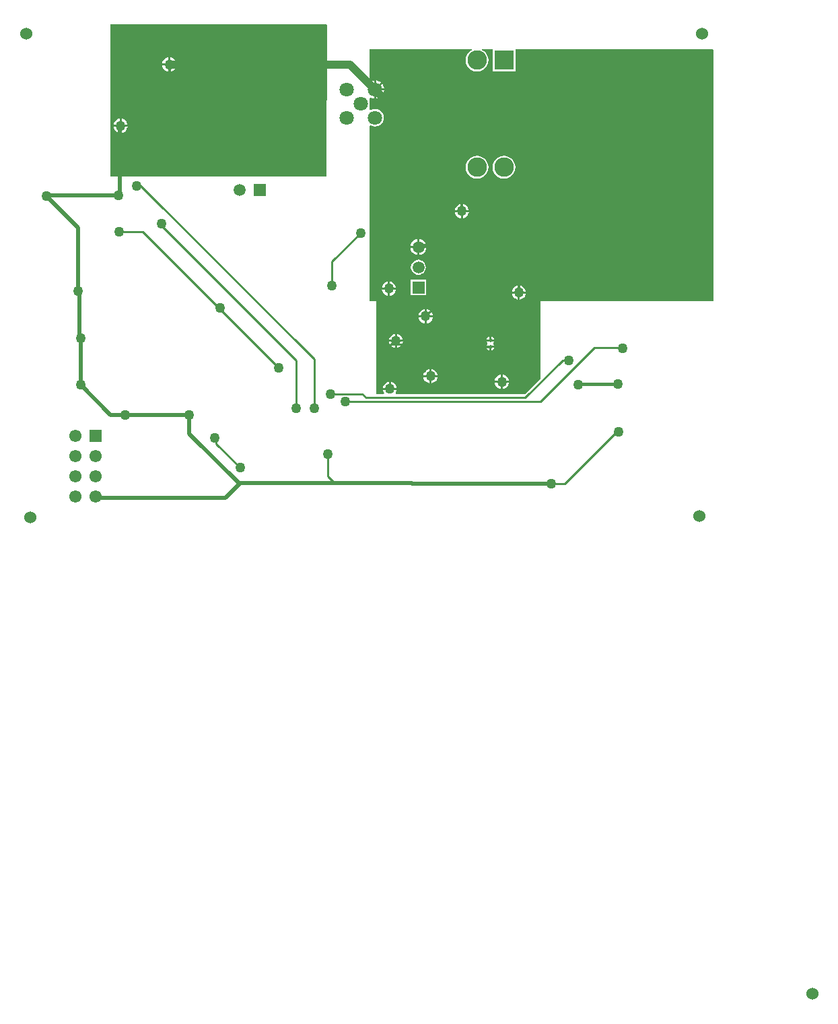
<source format=gbr>
%TF.GenerationSoftware,Altium Limited,Altium Designer,19.1.8 (144)*%
G04 Layer_Physical_Order=2*
G04 Layer_Color=16711680*
%FSLAX25Y25*%
%MOIN*%
%TF.FileFunction,Copper,L2,Bot,Signal*%
%TF.Part,Single*%
G01*
G75*
%TA.AperFunction,Conductor*%
%ADD31C,0.01000*%
%ADD32C,0.01500*%
%ADD33C,0.01968*%
%ADD34C,0.03937*%
%TA.AperFunction,ComponentPad*%
%ADD35C,0.09646*%
%ADD36R,0.09646X0.09646*%
%TA.AperFunction,ViaPad*%
%ADD37C,0.06000*%
%TA.AperFunction,ComponentPad*%
%ADD38R,0.05906X0.05906*%
%ADD39C,0.05906*%
%ADD40C,0.06102*%
%ADD41R,0.06102X0.06102*%
%ADD42R,0.05906X0.05906*%
%ADD43C,0.07087*%
%TA.AperFunction,ViaPad*%
%ADD44C,0.05000*%
%ADD45C,0.01968*%
%ADD46C,0.07087*%
G36*
X156705Y252854D02*
X157058Y252500D01*
X156715Y177362D01*
X49606Y177362D01*
Y178150D01*
X49583D01*
Y239862D01*
X49606D01*
Y252854D01*
X156705Y252854D01*
D02*
G37*
G36*
X228683Y240650D02*
X228783Y240150D01*
X228372Y239979D01*
X227200Y239080D01*
X226300Y237908D01*
X225735Y236543D01*
X225542Y235079D01*
X225735Y233614D01*
X226300Y232249D01*
X227200Y231078D01*
X228372Y230178D01*
X229736Y229613D01*
X231201Y229420D01*
X232665Y229613D01*
X234030Y230178D01*
X235202Y231078D01*
X236101Y232249D01*
X236667Y233614D01*
X236859Y235079D01*
X236667Y236543D01*
X236101Y237908D01*
X235202Y239080D01*
X234030Y239979D01*
X233619Y240150D01*
X233718Y240650D01*
X238976D01*
Y229468D01*
X250197D01*
Y240650D01*
X347890Y240650D01*
X348244Y240296D01*
X348206Y115748D01*
X262598Y115748D01*
Y77447D01*
X255033Y69882D01*
X191070Y69882D01*
X190823Y70382D01*
X191049Y70676D01*
X191402Y71527D01*
X191456Y71941D01*
X184527D01*
X184582Y71527D01*
X184934Y70676D01*
X185160Y70382D01*
X184914Y69882D01*
X181299D01*
Y115748D01*
X178051D01*
X178051Y202609D01*
X178500Y202831D01*
X178524Y202812D01*
X179578Y202375D01*
X180708Y202226D01*
X181839Y202375D01*
X182892Y202812D01*
X183797Y203506D01*
X184491Y204410D01*
X184928Y205464D01*
X185076Y206594D01*
X184928Y207725D01*
X184491Y208779D01*
X183797Y209683D01*
X182892Y210377D01*
X181839Y210814D01*
X180708Y210963D01*
X179578Y210814D01*
X178524Y210377D01*
X178500Y210358D01*
X178051Y210580D01*
Y213057D01*
X178117Y213554D01*
X178051Y214051D01*
Y216258D01*
X178551Y216490D01*
X179522Y216088D01*
X180208Y215997D01*
Y220514D01*
Y225030D01*
X179522Y224940D01*
X178551Y224538D01*
X178051Y224770D01*
Y240650D01*
X228683Y240650D01*
D02*
G37*
%LPC*%
G36*
X79338Y236437D02*
Y233472D01*
X82303D01*
X82248Y233886D01*
X81896Y234737D01*
X81335Y235469D01*
X80603Y236030D01*
X79752Y236382D01*
X79338Y236437D01*
D02*
G37*
G36*
X78338D02*
X77925Y236382D01*
X77073Y236030D01*
X76342Y235469D01*
X75781Y234737D01*
X75428Y233886D01*
X75374Y233472D01*
X78338D01*
Y236437D01*
D02*
G37*
G36*
X82303Y232472D02*
X79338D01*
Y229508D01*
X79752Y229562D01*
X80603Y229915D01*
X81335Y230476D01*
X81896Y231207D01*
X82248Y232059D01*
X82303Y232472D01*
D02*
G37*
G36*
X78338D02*
X75374D01*
X75428Y232059D01*
X75781Y231207D01*
X76342Y230476D01*
X77073Y229915D01*
X77925Y229562D01*
X78338Y229508D01*
Y232472D01*
D02*
G37*
G36*
X55224Y206122D02*
Y203157D01*
X58188D01*
X58134Y203571D01*
X57781Y204423D01*
X57220Y205154D01*
X56489Y205715D01*
X55638Y206067D01*
X55224Y206122D01*
D02*
G37*
G36*
X54224D02*
X53810Y206067D01*
X52959Y205715D01*
X52228Y205154D01*
X51667Y204423D01*
X51314Y203571D01*
X51260Y203157D01*
X54224D01*
Y206122D01*
D02*
G37*
G36*
X58188Y202157D02*
X55224D01*
Y199193D01*
X55638Y199248D01*
X56489Y199600D01*
X57220Y200161D01*
X57781Y200892D01*
X58134Y201744D01*
X58188Y202157D01*
D02*
G37*
G36*
X54224D02*
X51260D01*
X51314Y201744D01*
X51667Y200892D01*
X52228Y200161D01*
X52959Y199600D01*
X53810Y199248D01*
X54224Y199193D01*
Y202157D01*
D02*
G37*
G36*
X181208Y225030D02*
Y221721D01*
X183548Y224061D01*
X183000Y224482D01*
X181894Y224940D01*
X181208Y225030D01*
D02*
G37*
G36*
X184256Y223354D02*
X181915Y221014D01*
X185225D01*
X185135Y221700D01*
X184677Y222805D01*
X184256Y223354D01*
D02*
G37*
G36*
X185225Y220014D02*
X181915D01*
X184256Y217674D01*
X184677Y218223D01*
X185135Y219328D01*
X185225Y220014D01*
D02*
G37*
G36*
X181208Y219307D02*
Y215997D01*
X181894Y216088D01*
X183000Y216545D01*
X183548Y216967D01*
X181208Y219307D01*
D02*
G37*
G36*
X244587Y187706D02*
X243122Y187513D01*
X241757Y186948D01*
X240585Y186048D01*
X239686Y184877D01*
X239121Y183512D01*
X238928Y182047D01*
X239121Y180583D01*
X239686Y179218D01*
X240585Y178046D01*
X241757Y177147D01*
X243122Y176581D01*
X244587Y176389D01*
X246051Y176581D01*
X247416Y177147D01*
X248588Y178046D01*
X249487Y179218D01*
X250052Y180583D01*
X250245Y182047D01*
X250052Y183512D01*
X249487Y184877D01*
X248588Y186048D01*
X247416Y186948D01*
X246051Y187513D01*
X244587Y187706D01*
D02*
G37*
G36*
X231201D02*
X229736Y187513D01*
X228372Y186948D01*
X227200Y186048D01*
X226300Y184877D01*
X225735Y183512D01*
X225542Y182047D01*
X225735Y180583D01*
X226300Y179218D01*
X227200Y178046D01*
X228372Y177147D01*
X229736Y176581D01*
X231201Y176389D01*
X232665Y176581D01*
X234030Y177147D01*
X235202Y178046D01*
X236101Y179218D01*
X236667Y180583D01*
X236859Y182047D01*
X236667Y183512D01*
X236101Y184877D01*
X235202Y186048D01*
X234030Y186948D01*
X232665Y187513D01*
X231201Y187706D01*
D02*
G37*
G36*
X224220Y163799D02*
Y160835D01*
X227185D01*
X227130Y161248D01*
X226777Y162100D01*
X226216Y162831D01*
X225485Y163392D01*
X224634Y163744D01*
X224220Y163799D01*
D02*
G37*
G36*
X223220D02*
X222806Y163744D01*
X221955Y163392D01*
X221224Y162831D01*
X220663Y162100D01*
X220310Y161248D01*
X220256Y160835D01*
X223220D01*
Y163799D01*
D02*
G37*
G36*
X227185Y159835D02*
X224220D01*
Y156870D01*
X224634Y156925D01*
X225485Y157277D01*
X226216Y157838D01*
X226777Y158570D01*
X227130Y159421D01*
X227185Y159835D01*
D02*
G37*
G36*
X223220D02*
X220256D01*
X220310Y159421D01*
X220663Y158570D01*
X221224Y157838D01*
X221955Y157277D01*
X222806Y156925D01*
X223220Y156870D01*
Y159835D01*
D02*
G37*
G36*
X202665Y146539D02*
Y143118D01*
X206086D01*
X206016Y143650D01*
X205618Y144612D01*
X204984Y145437D01*
X204159Y146071D01*
X203197Y146469D01*
X202665Y146539D01*
D02*
G37*
G36*
X201665D02*
X201133Y146469D01*
X200172Y146071D01*
X199346Y145437D01*
X198713Y144612D01*
X198314Y143650D01*
X198244Y143118D01*
X201665D01*
Y146539D01*
D02*
G37*
G36*
Y142118D02*
X198244D01*
X198314Y141586D01*
X198713Y140625D01*
X199346Y139799D01*
X200172Y139165D01*
X201133Y138767D01*
X201665Y138697D01*
Y142118D01*
D02*
G37*
G36*
X206086D02*
X202665D01*
Y138697D01*
X203197Y138767D01*
X204159Y139165D01*
X204984Y139799D01*
X205618Y140625D01*
X206016Y141586D01*
X206086Y142118D01*
D02*
G37*
G36*
X202165Y136390D02*
X201189Y136262D01*
X200279Y135885D01*
X199498Y135286D01*
X198898Y134504D01*
X198521Y133595D01*
X198393Y132618D01*
X198521Y131642D01*
X198898Y130732D01*
X199498Y129951D01*
X200279Y129351D01*
X201189Y128974D01*
X202165Y128846D01*
X203142Y128974D01*
X204052Y129351D01*
X204833Y129951D01*
X205432Y130732D01*
X205809Y131642D01*
X205938Y132618D01*
X205809Y133595D01*
X205432Y134504D01*
X204833Y135286D01*
X204052Y135885D01*
X203142Y136262D01*
X202165Y136390D01*
D02*
G37*
G36*
X188118Y125504D02*
Y122539D01*
X191082D01*
X191028Y122953D01*
X190675Y123804D01*
X190114Y124536D01*
X189383Y125097D01*
X188532Y125449D01*
X188118Y125504D01*
D02*
G37*
G36*
X187118D02*
X186704Y125449D01*
X185853Y125097D01*
X185122Y124536D01*
X184561Y123804D01*
X184208Y122953D01*
X184153Y122539D01*
X187118D01*
Y125504D01*
D02*
G37*
G36*
X252468Y123543D02*
Y120579D01*
X255433D01*
X255378Y120992D01*
X255026Y121844D01*
X254465Y122575D01*
X253734Y123136D01*
X252882Y123489D01*
X252468Y123543D01*
D02*
G37*
G36*
X251468D02*
X251055Y123489D01*
X250203Y123136D01*
X249472Y122575D01*
X248911Y121844D01*
X248559Y120992D01*
X248504Y120579D01*
X251468D01*
Y123543D01*
D02*
G37*
G36*
X205906Y126358D02*
X198425D01*
Y118878D01*
X205906D01*
Y126358D01*
D02*
G37*
G36*
X191082Y121539D02*
X188118D01*
Y118575D01*
X188532Y118630D01*
X189383Y118982D01*
X190114Y119543D01*
X190675Y120274D01*
X191028Y121126D01*
X191082Y121539D01*
D02*
G37*
G36*
X187118D02*
X184153D01*
X184208Y121126D01*
X184561Y120274D01*
X185122Y119543D01*
X185853Y118982D01*
X186704Y118630D01*
X187118Y118575D01*
Y121539D01*
D02*
G37*
G36*
X255433Y119579D02*
X252468D01*
Y116614D01*
X252882Y116669D01*
X253734Y117022D01*
X254465Y117582D01*
X255026Y118314D01*
X255378Y119165D01*
X255433Y119579D01*
D02*
G37*
G36*
X251468D02*
X248504D01*
X248559Y119165D01*
X248911Y118314D01*
X249472Y117582D01*
X250203Y117022D01*
X251055Y116669D01*
X251468Y116614D01*
Y119579D01*
D02*
G37*
G36*
X206307Y111830D02*
Y108866D01*
X209271D01*
X209217Y109280D01*
X208864Y110131D01*
X208303Y110862D01*
X207572Y111423D01*
X206720Y111776D01*
X206307Y111830D01*
D02*
G37*
G36*
X205307D02*
X204893Y111776D01*
X204042Y111423D01*
X203310Y110862D01*
X202749Y110131D01*
X202397Y109280D01*
X202342Y108866D01*
X205307D01*
Y111830D01*
D02*
G37*
G36*
X209271Y107866D02*
X206307D01*
Y104902D01*
X206720Y104956D01*
X207572Y105309D01*
X208303Y105870D01*
X208864Y106601D01*
X209217Y107452D01*
X209271Y107866D01*
D02*
G37*
G36*
X205307D02*
X202342D01*
X202397Y107452D01*
X202749Y106601D01*
X203310Y105870D01*
X204042Y105309D01*
X204893Y104956D01*
X205307Y104902D01*
Y107866D01*
D02*
G37*
G36*
X238393Y98380D02*
Y96957D01*
X239817D01*
X239763Y97231D01*
X239324Y97887D01*
X238668Y98326D01*
X238393Y98380D01*
D02*
G37*
G36*
X237393D02*
X237119Y98326D01*
X236463Y97887D01*
X236024Y97231D01*
X235970Y96957D01*
X237393D01*
Y98380D01*
D02*
G37*
G36*
X191543Y99626D02*
Y96661D01*
X194508D01*
X194453Y97075D01*
X194100Y97926D01*
X193540Y98658D01*
X192808Y99219D01*
X191957Y99571D01*
X191543Y99626D01*
D02*
G37*
G36*
X190543D02*
X190130Y99571D01*
X189278Y99219D01*
X188547Y98658D01*
X187986Y97926D01*
X187633Y97075D01*
X187579Y96661D01*
X190543D01*
Y99626D01*
D02*
G37*
G36*
X239817Y95957D02*
X235970D01*
X236024Y95683D01*
X236318Y95242D01*
X236422Y94882D01*
X236318Y94521D01*
X236024Y94081D01*
X235970Y93807D01*
X239817D01*
X239763Y94081D01*
X239469Y94521D01*
X239365Y94882D01*
X239469Y95242D01*
X239763Y95683D01*
X239817Y95957D01*
D02*
G37*
G36*
X194508Y95661D02*
X191543D01*
Y92697D01*
X191957Y92751D01*
X192808Y93104D01*
X193540Y93665D01*
X194100Y94396D01*
X194453Y95248D01*
X194508Y95661D01*
D02*
G37*
G36*
X190543D02*
X187579D01*
X187633Y95248D01*
X187986Y94396D01*
X188547Y93665D01*
X189278Y93104D01*
X190130Y92751D01*
X190543Y92697D01*
Y95661D01*
D02*
G37*
G36*
X239817Y92807D02*
X238393D01*
Y91383D01*
X238668Y91438D01*
X239324Y91877D01*
X239763Y92533D01*
X239817Y92807D01*
D02*
G37*
G36*
X237393D02*
X235970D01*
X236024Y92533D01*
X236463Y91877D01*
X237119Y91438D01*
X237393Y91383D01*
Y92807D01*
D02*
G37*
G36*
X208669Y82205D02*
Y79240D01*
X211634D01*
X211579Y79654D01*
X211227Y80505D01*
X210665Y81236D01*
X209934Y81797D01*
X209083Y82150D01*
X208669Y82205D01*
D02*
G37*
G36*
X207669D02*
X207256Y82150D01*
X206404Y81797D01*
X205673Y81236D01*
X205112Y80505D01*
X204759Y79654D01*
X204705Y79240D01*
X207669D01*
Y82205D01*
D02*
G37*
G36*
X244004Y79449D02*
Y76484D01*
X246968D01*
X246914Y76898D01*
X246561Y77749D01*
X246000Y78480D01*
X245269Y79041D01*
X244418Y79394D01*
X244004Y79449D01*
D02*
G37*
G36*
X243004D02*
X242590Y79394D01*
X241739Y79041D01*
X241008Y78480D01*
X240447Y77749D01*
X240094Y76898D01*
X240040Y76484D01*
X243004D01*
Y79449D01*
D02*
G37*
G36*
X211634Y78240D02*
X208669D01*
Y75276D01*
X209083Y75330D01*
X209934Y75683D01*
X210665Y76244D01*
X211227Y76975D01*
X211579Y77826D01*
X211634Y78240D01*
D02*
G37*
G36*
X207669D02*
X204705D01*
X204759Y77826D01*
X205112Y76975D01*
X205673Y76244D01*
X206404Y75683D01*
X207256Y75330D01*
X207669Y75276D01*
Y78240D01*
D02*
G37*
G36*
X188492Y75905D02*
Y72941D01*
X191456D01*
X191402Y73355D01*
X191049Y74206D01*
X190488Y74937D01*
X189757Y75498D01*
X188906Y75851D01*
X188492Y75905D01*
D02*
G37*
G36*
X187492D02*
X187078Y75851D01*
X186227Y75498D01*
X185496Y74937D01*
X184934Y74206D01*
X184582Y73355D01*
X184527Y72941D01*
X187492D01*
Y75905D01*
D02*
G37*
G36*
X246968Y75484D02*
X244004D01*
Y72520D01*
X244418Y72574D01*
X245269Y72927D01*
X246000Y73488D01*
X246561Y74219D01*
X246914Y75071D01*
X246968Y75484D01*
D02*
G37*
G36*
X243004D02*
X240040D01*
X240094Y75071D01*
X240447Y74219D01*
X241008Y73488D01*
X241739Y72927D01*
X242590Y72574D01*
X243004Y72520D01*
Y75484D01*
D02*
G37*
%LPD*%
D31*
X274803Y25591D02*
X300787Y51575D01*
X188780Y94587D02*
X205315D01*
X201968Y143760D02*
X218366D01*
X113582Y25394D02*
X113681Y25492D01*
X232775Y160335D02*
X251969Y141141D01*
Y120079D02*
Y141141D01*
X268011Y25591D02*
X274803D01*
X157381Y29134D02*
X160728Y25787D01*
X101927Y45317D02*
Y47483D01*
X101181Y48228D02*
X101927Y47483D01*
Y45317D02*
X113878Y33366D01*
X273622Y86614D02*
X276673D01*
X255020Y68012D02*
X273622Y86614D01*
X176265Y68012D02*
X255020D01*
X174348Y69929D02*
X176265Y68012D01*
X166043Y66142D02*
X262598D01*
X289173Y92716D01*
X205216Y81201D02*
Y93307D01*
X188090Y93897D02*
X188780Y94587D01*
X190354Y96161D01*
X191043D01*
X188090Y72539D02*
Y93897D01*
X159449Y135531D02*
X173524Y149606D01*
X159449Y123327D02*
Y135531D01*
X205315Y93307D02*
X237893D01*
X88238Y59596D02*
X88287Y59646D01*
X88681D01*
X75098Y153051D02*
Y154035D01*
Y153051D02*
X141633Y86516D01*
X62500Y172835D02*
X64764D01*
X150492Y87107D01*
X289173Y92716D02*
X303150D01*
X303248Y92618D01*
X150492Y62795D02*
Y87107D01*
X205118Y81102D02*
X205216Y81201D01*
X74311Y202067D02*
X78838Y206594D01*
Y232972D01*
X141633Y62894D02*
Y86516D01*
X223720Y149114D02*
Y160335D01*
Y126279D02*
Y149114D01*
X218366Y143760D02*
X223720Y149114D01*
X65551Y150099D02*
X132972Y82677D01*
X54133Y150099D02*
X65551D01*
X158610Y69929D02*
X174348D01*
X158563Y69882D02*
X158610Y69929D01*
X187992Y72441D02*
X188090Y72539D01*
X223720Y160335D02*
X232775D01*
X157381Y29134D02*
Y40059D01*
X198917Y25689D02*
X198966Y25640D01*
X267962D02*
X268011Y25591D01*
X198917Y25689D02*
X204527D01*
X205315Y93307D02*
Y94587D01*
X205807Y108366D02*
X223720Y126279D01*
X223425Y160630D02*
X223720Y160335D01*
X223425Y160630D02*
Y177797D01*
X53740Y168307D02*
X54232Y168799D01*
Y202165D02*
X54724Y202658D01*
X74015Y202362D02*
X74311Y202067D01*
X53494Y168061D02*
X53740Y168307D01*
X18011Y167815D02*
X18258Y168061D01*
X34252Y98130D02*
X34940Y97441D01*
X33563Y120965D02*
X34252Y120276D01*
X34842Y74409D02*
X34891Y74459D01*
Y97392D02*
X34940Y97441D01*
X205315Y94587D02*
X205561Y94833D01*
Y108120D01*
X205807Y108366D01*
D32*
X281299Y74508D02*
X281496Y74705D01*
X300886D01*
X301083Y74902D01*
D33*
X106791Y18602D02*
X113582Y25394D01*
X42421Y18602D02*
X106791Y18602D01*
X88681Y50295D02*
X113582Y25394D01*
X88681Y50295D02*
Y59646D01*
X198966Y25640D02*
X267962D01*
X113582Y25689D02*
X160728D01*
X198917Y25689D01*
X49606Y59646D02*
X56890D01*
X34842Y74409D02*
X49606Y59646D01*
X56939Y59596D02*
X88238D01*
X54232Y168799D02*
Y202165D01*
X18011Y167815D02*
X33563Y152264D01*
Y120965D02*
Y152264D01*
X18258Y168061D02*
X53494D01*
X34252Y98130D02*
Y120276D01*
X34891Y74459D02*
Y97392D01*
D34*
X180708Y220514D02*
X223425Y177797D01*
X78838Y232972D02*
X168250D01*
X180708Y220514D01*
D35*
X231201Y182047D02*
D03*
Y235079D02*
D03*
X244587Y182047D02*
D03*
D36*
Y235079D02*
D03*
D37*
X342520Y248031D02*
D03*
X397244Y-226772D02*
D03*
X7874Y248031D02*
D03*
X9843Y8957D02*
D03*
X341240Y9350D02*
D03*
D38*
X202165Y122618D02*
D03*
D39*
Y132618D02*
D03*
Y142618D02*
D03*
X113582Y170768D02*
D03*
D40*
X42421Y38996D02*
D03*
Y28996D02*
D03*
Y18996D02*
D03*
X32421Y48996D02*
D03*
Y38996D02*
D03*
Y28996D02*
D03*
Y18996D02*
D03*
D41*
X42421Y48996D02*
D03*
D42*
X123582Y170768D02*
D03*
D43*
X173749Y213554D02*
D03*
X166789Y220514D02*
D03*
X180708D02*
D03*
X166789Y206594D02*
D03*
X180708D02*
D03*
D44*
X187618Y122039D02*
D03*
X301279Y51083D02*
D03*
X251969Y120079D02*
D03*
X103839Y112598D02*
D03*
X101181Y48228D02*
D03*
X113878Y33366D02*
D03*
X208169Y78740D02*
D03*
X191043Y96161D02*
D03*
X173524Y149606D02*
D03*
X159449Y123327D02*
D03*
X276673Y86614D02*
D03*
X157381Y40059D02*
D03*
X56890Y59646D02*
D03*
X88681D02*
D03*
X75098Y154035D02*
D03*
X62500Y172835D02*
D03*
X243504Y75984D02*
D03*
X303248Y92618D02*
D03*
X301083Y74902D02*
D03*
X281299Y74508D02*
D03*
X54133Y150099D02*
D03*
X132972Y82677D02*
D03*
X141633Y62894D02*
D03*
X150492Y62795D02*
D03*
X166043Y66142D02*
D03*
X158563Y69882D02*
D03*
X187992Y72441D02*
D03*
X268011Y25591D02*
D03*
X223720Y160335D02*
D03*
X78838Y232972D02*
D03*
X54724Y202658D02*
D03*
X53740Y168307D02*
D03*
X18011Y167815D02*
D03*
X33563Y120965D02*
D03*
X34842Y74409D02*
D03*
X205807Y108366D02*
D03*
X180708Y220514D02*
D03*
X34940Y97441D02*
D03*
D45*
X237893Y93307D02*
D03*
Y96457D02*
D03*
D46*
X180708Y206594D02*
D03*
X166789D02*
D03*
X180708Y220514D02*
D03*
X166789D02*
D03*
X173749Y213554D02*
D03*
%TF.MD5,0f68d309c634d1632caa5ede8a5dcef2*%
M02*

</source>
